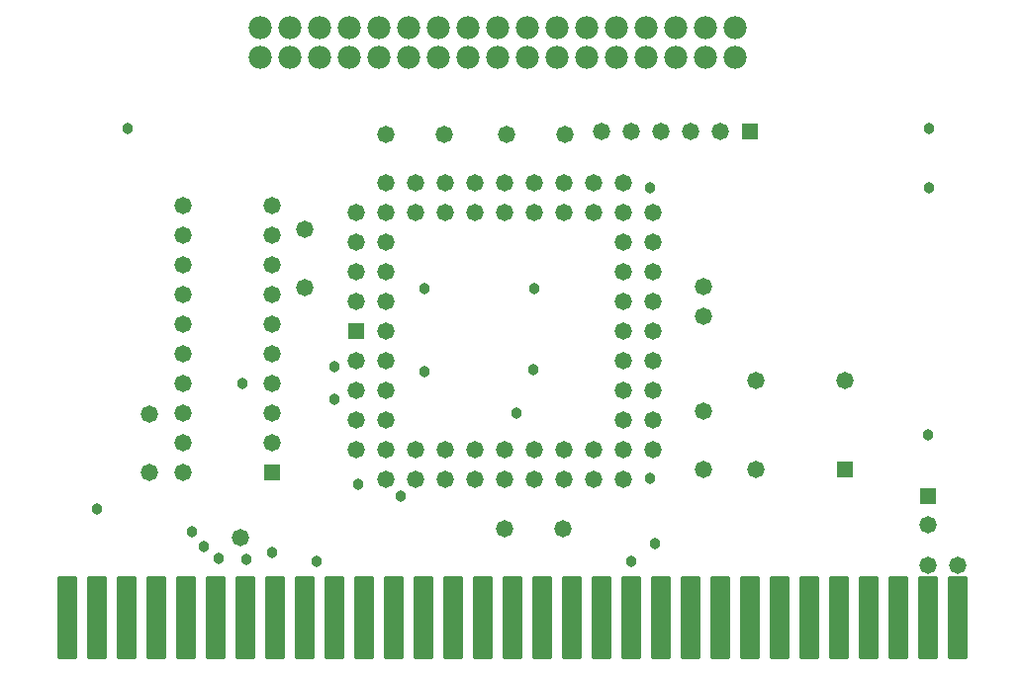
<source format=gts>
G04 Layer_Color=20142*
%FSLAX25Y25*%
%MOIN*%
G70*
G01*
G75*
G04:AMPARAMS|DCode=24|XSize=68mil|YSize=283mil|CornerRadius=10mil|HoleSize=0mil|Usage=FLASHONLY|Rotation=0.000|XOffset=0mil|YOffset=0mil|HoleType=Round|Shape=RoundedRectangle|*
%AMROUNDEDRECTD24*
21,1,0.06800,0.26300,0,0,0.0*
21,1,0.04800,0.28300,0,0,0.0*
1,1,0.02000,0.02400,-0.13150*
1,1,0.02000,-0.02400,-0.13150*
1,1,0.02000,-0.02400,0.13150*
1,1,0.02000,0.02400,0.13150*
%
%ADD24ROUNDEDRECTD24*%
%ADD25C,0.07800*%
%ADD26C,0.05800*%
%ADD27R,0.05800X0.05800*%
%ADD28R,0.05800X0.05800*%
%ADD29C,0.03800*%
D24*
X149000Y115000D02*
D03*
X159000D02*
D03*
X169000D02*
D03*
X179000D02*
D03*
X189000D02*
D03*
X199000D02*
D03*
X209000D02*
D03*
X219000D02*
D03*
X229000D02*
D03*
X239000D02*
D03*
X249000D02*
D03*
X259000D02*
D03*
X269000D02*
D03*
X279000D02*
D03*
X289000D02*
D03*
X299000D02*
D03*
X309000D02*
D03*
X319000D02*
D03*
X329000D02*
D03*
X339000D02*
D03*
X349000D02*
D03*
X359000D02*
D03*
X369000D02*
D03*
X379000D02*
D03*
X389000D02*
D03*
X399000D02*
D03*
X409000D02*
D03*
X419000D02*
D03*
X429000D02*
D03*
X439000D02*
D03*
X449000D02*
D03*
D25*
X374000Y314000D02*
D03*
Y304000D02*
D03*
X364000Y314000D02*
D03*
Y304000D02*
D03*
X354000Y314000D02*
D03*
Y304000D02*
D03*
X344000Y314000D02*
D03*
Y304000D02*
D03*
X334000Y314000D02*
D03*
Y304000D02*
D03*
X324000Y314000D02*
D03*
Y304000D02*
D03*
X314000Y314000D02*
D03*
Y304000D02*
D03*
X304000Y314000D02*
D03*
Y304000D02*
D03*
X294000Y314000D02*
D03*
X254000Y304000D02*
D03*
X294000D02*
D03*
X284000Y314000D02*
D03*
Y304000D02*
D03*
X274000Y314000D02*
D03*
Y304000D02*
D03*
X264000Y314000D02*
D03*
Y304000D02*
D03*
X254000Y314000D02*
D03*
X244000D02*
D03*
Y304000D02*
D03*
X234000Y314000D02*
D03*
Y304000D02*
D03*
X224000Y314000D02*
D03*
Y304000D02*
D03*
X214000D02*
D03*
Y314000D02*
D03*
D26*
X439000Y146158D02*
D03*
X381000Y195000D02*
D03*
Y165000D02*
D03*
X411000Y195000D02*
D03*
X176800Y164015D02*
D03*
Y183700D02*
D03*
X369000Y279000D02*
D03*
X359000D02*
D03*
X349000D02*
D03*
X339000D02*
D03*
X329000D02*
D03*
X363300Y226700D02*
D03*
Y216700D02*
D03*
X296415Y145000D02*
D03*
X316100D02*
D03*
X256500Y211500D02*
D03*
X246500Y201500D02*
D03*
X256500D02*
D03*
X246500Y191500D02*
D03*
X256500D02*
D03*
X246500Y181500D02*
D03*
X256500D02*
D03*
X246500Y171500D02*
D03*
X256500Y161500D02*
D03*
Y171500D02*
D03*
X266500Y161500D02*
D03*
Y171500D02*
D03*
X276500Y161500D02*
D03*
Y171500D02*
D03*
X286500Y161500D02*
D03*
Y171500D02*
D03*
X296500Y161500D02*
D03*
Y171500D02*
D03*
X306500Y161500D02*
D03*
Y171500D02*
D03*
X316500Y161500D02*
D03*
Y171500D02*
D03*
X326500Y161500D02*
D03*
Y171500D02*
D03*
X336500Y161500D02*
D03*
X346500Y171500D02*
D03*
X336500D02*
D03*
X346500Y181500D02*
D03*
X336500D02*
D03*
X346500Y191500D02*
D03*
X336500D02*
D03*
X346500Y201500D02*
D03*
X336500D02*
D03*
X346500Y211500D02*
D03*
X336500D02*
D03*
X346500Y221500D02*
D03*
X336500D02*
D03*
X346500Y231500D02*
D03*
X336500D02*
D03*
X346500Y241500D02*
D03*
X336500D02*
D03*
X346500Y251500D02*
D03*
X336500Y261500D02*
D03*
Y251500D02*
D03*
X326500Y261500D02*
D03*
Y251500D02*
D03*
X316500Y261500D02*
D03*
Y251500D02*
D03*
X306500Y261500D02*
D03*
Y251500D02*
D03*
X296500Y261500D02*
D03*
Y251500D02*
D03*
X286500Y261500D02*
D03*
Y251500D02*
D03*
X276500Y261500D02*
D03*
Y251500D02*
D03*
X266500Y261500D02*
D03*
Y251500D02*
D03*
X256500Y261500D02*
D03*
X246500Y251500D02*
D03*
X256500D02*
D03*
X246500Y241500D02*
D03*
X256500D02*
D03*
X246500Y231500D02*
D03*
X256500D02*
D03*
X246500Y221500D02*
D03*
X256500D02*
D03*
X316685Y278000D02*
D03*
X297000D02*
D03*
X256515D02*
D03*
X276200D02*
D03*
X229000Y226315D02*
D03*
Y246000D02*
D03*
X218000Y174000D02*
D03*
Y184000D02*
D03*
Y194000D02*
D03*
Y204000D02*
D03*
Y214000D02*
D03*
Y224000D02*
D03*
Y234000D02*
D03*
Y244000D02*
D03*
Y254000D02*
D03*
X188000Y164000D02*
D03*
Y174000D02*
D03*
Y184000D02*
D03*
Y194000D02*
D03*
Y204000D02*
D03*
Y214000D02*
D03*
Y224000D02*
D03*
Y234000D02*
D03*
Y244000D02*
D03*
Y254000D02*
D03*
X363300Y165015D02*
D03*
Y184700D02*
D03*
X207500Y142000D02*
D03*
X439000Y132500D02*
D03*
X449000D02*
D03*
D27*
X439000Y156000D02*
D03*
X246500Y211500D02*
D03*
D28*
X411000Y165000D02*
D03*
X379000Y279000D02*
D03*
X218000Y164000D02*
D03*
D29*
X300500Y184000D02*
D03*
X169500Y280000D02*
D03*
X439500D02*
D03*
X439000Y176500D02*
D03*
X209500Y134500D02*
D03*
X269500Y198000D02*
D03*
X306000Y198500D02*
D03*
X269500Y226000D02*
D03*
X306500D02*
D03*
X439500Y260000D02*
D03*
X345500D02*
D03*
Y162000D02*
D03*
X261500Y156000D02*
D03*
X208000Y194000D02*
D03*
X195000Y139000D02*
D03*
X191000Y144000D02*
D03*
X239000Y199500D02*
D03*
Y188500D02*
D03*
X218000Y137000D02*
D03*
X339000Y134000D02*
D03*
X233000D02*
D03*
X347000Y140000D02*
D03*
X159000Y151500D02*
D03*
X200000Y135000D02*
D03*
X247000Y160000D02*
D03*
M02*

</source>
